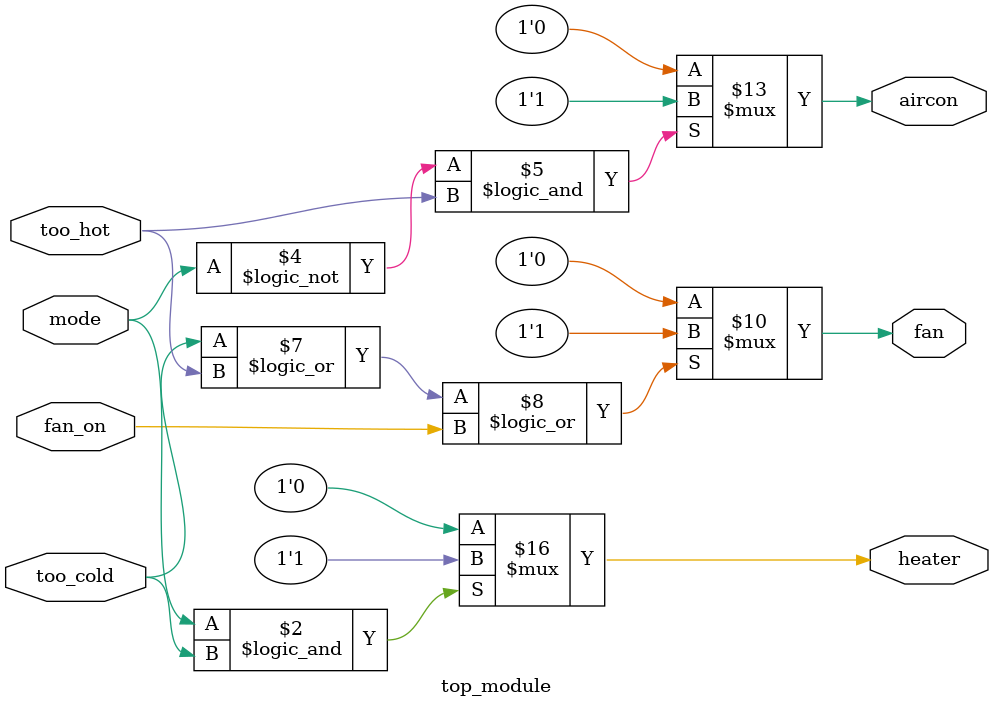
<source format=sv>
module top_module(
    input mode,
    input too_cold,
    input too_hot,
    input fan_on,
    output reg heater,
    output reg aircon,
    output reg fan
);

always @ (mode or too_cold) begin
    if (mode && too_cold) begin
        heater = 1;
    end else begin
        heater = 0;
    end
end

always @ (mode or too_hot) begin
    if (!mode && too_hot) begin
        aircon = 1;
    end else begin
        aircon = 0;
    end
end

always @ (too_cold or too_hot or fan_on) begin
    if (too_cold || too_hot || fan_on) begin
        fan = 1;
    end else begin
        fan = 0;
    end
end

endmodule

</source>
